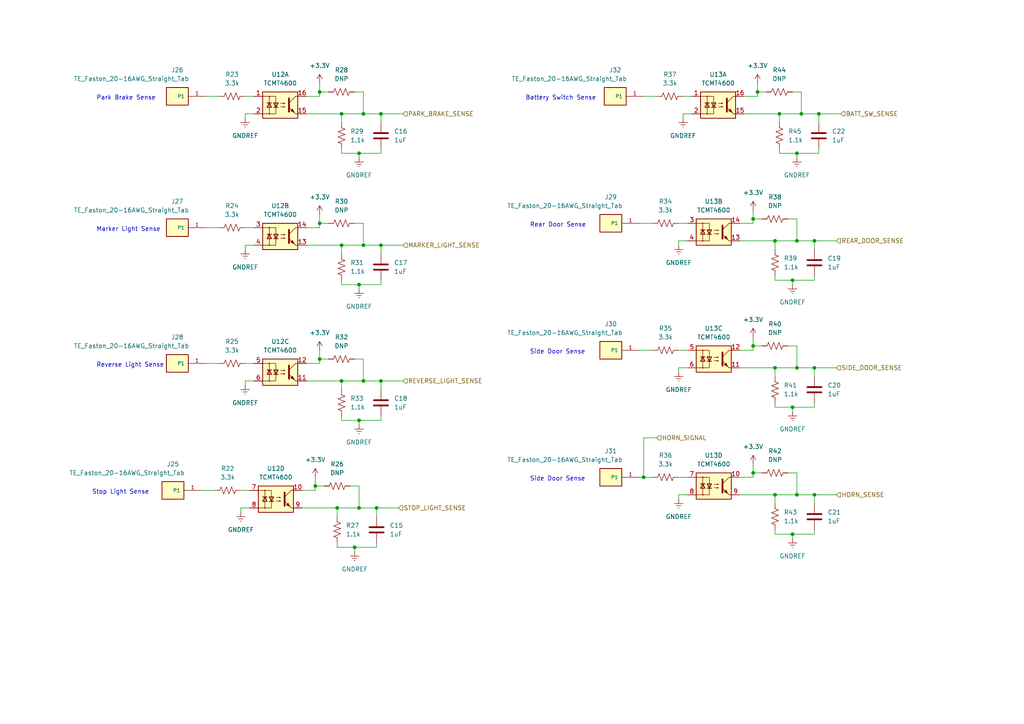
<source format=kicad_sch>
(kicad_sch (version 20211123) (generator eeschema)
  (paper "A4")
  (lib_symbols
    (symbol "Device:C" (pin_numbers hide) (pin_names (offset 0.254))
      (property "Reference" "C" (at 0.635 2.54 0))
      (property "Value" "C" (at 0.635 -2.54 0))
      (symbol "C_0_1"
        (polyline (pts (xy -2.032 -0.762) (xy 2.032 -0.762)) (stroke (width 0.508)))
        (polyline (pts (xy -2.032 0.762) (xy 2.032 0.762)) (stroke (width 0.508)))
      )
      (symbol "C_1_1"
        (pin passive line (at 0 3.81 270) (length 2.794) (name "~") (number "1"))
        (pin passive line (at 0 -3.81 90) (length 2.794) (name "~") (number "2"))
      )
    )
    (symbol "Device:R_US" (pin_numbers hide) (pin_names (offset 0))
      (property "Reference" "R" (at 2.54 0 90))
      (property "Value" "R_US" (at -2.54 0 90))
      (symbol "R_US_0_1"
        (polyline (pts (xy 0 -2.286) (xy 0 -2.54)))
        (polyline (pts (xy 0 2.286) (xy 0 2.54)))
        (polyline (pts (xy 0 -0.762) (xy 1.016 -1.143) (xy 0 -1.524) (xy -1.016 -1.905) (xy 0 -2.286)))
        (polyline (pts (xy 0 0.762) (xy 1.016 0.381) (xy 0 0) (xy -1.016 -0.381) (xy 0 -0.762)))
        (polyline (pts (xy 0 2.286) (xy 1.016 1.905) (xy 0 1.524) (xy -1.016 1.143) (xy 0 0.762)))
      )
      (symbol "R_US_1_1"
        (pin passive line (at 0 3.81 270) (length 1.27) (name "~") (number "1"))
        (pin passive line (at 0 -3.81 90) (length 1.27) (name "~") (number "2"))
      )
    )
    (symbol "Isolator:TCMT4600" (pin_names (offset 1.016))
      (property "Reference" "U" (at -5.08 5.08 0))
      (property "Value" "TCMT4600" (at 0 5.08 0))
      (symbol "TCMT4600_0_1"
        (rectangle (start -5.08 3.81) (end 5.08 -3.81) (stroke (width 0.254)) (fill (type background)))
        (circle (center -3.175 -2.54) (radius 0.127))
        (circle (center -3.175 2.54) (radius 0.127))
        (polyline (pts (xy -3.81 0.635) (xy -2.54 0.635)) (stroke (width 0.254)))
        (polyline (pts (xy -3.175 -0.635) (xy -3.175 -2.54)))
        (polyline (pts (xy -3.175 -0.635) (xy -3.175 2.54)))
        (polyline (pts (xy -1.905 -0.635) (xy -0.635 -0.635)) (stroke (width 0.254)))
        (polyline (pts (xy 2.54 0.635) (xy 4.445 2.54)))
        (polyline (pts (xy 4.445 -2.54) (xy 2.54 -0.635)) (fill (type outline)))
        (polyline (pts (xy 4.445 -2.54) (xy 5.08 -2.54)))
        (polyline (pts (xy 4.445 2.54) (xy 5.08 2.54)))
        (polyline (pts (xy -5.08 2.54) (xy -1.27 2.54) (xy -1.27 -0.635)))
        (polyline (pts (xy -1.27 -0.635) (xy -1.27 -2.54) (xy -5.08 -2.54)))
        (polyline (pts (xy 2.54 1.905) (xy 2.54 -1.905) (xy 2.54 -1.905)) (stroke (width 0.508)))
        (polyline (pts (xy -3.175 0.635) (xy -3.81 -0.635) (xy -2.54 -0.635) (xy -3.175 0.635)) (stroke (width 0.254)))
        (polyline (pts (xy -1.27 -0.635) (xy -1.905 0.635) (xy -0.635 0.635) (xy -1.27 -0.635)) (stroke (width 0.254)))
        (polyline (pts (xy 0.127 -0.508) (xy 1.397 -0.508) (xy 1.016 -0.635) (xy 1.016 -0.381) (xy 1.397 -0.508)))
        (polyline (pts (xy 0.127 0.508) (xy 1.397 0.508) (xy 1.016 0.381) (xy 1.016 0.635) (xy 1.397 0.508)))
        (polyline (pts (xy 3.048 -1.651) (xy 3.556 -1.143) (xy 4.064 -2.159) (xy 3.048 -1.651) (xy 3.048 -1.651)) (fill (type outline)))
      )
      (symbol "TCMT4600_1_1"
        (pin passive line (at -7.62 2.54 0) (length 2.54) (name "~") (number "1"))
        (pin passive line (at 7.62 -2.54 180) (length 2.54) (name "~") (number "15"))
        (pin passive line (at 7.62 2.54 180) (length 2.54) (name "~") (number "16"))
        (pin passive line (at -7.62 -2.54 0) (length 2.54) (name "~") (number "2"))
      )
      (symbol "TCMT4600_2_1"
        (pin passive line (at 7.62 -2.54 180) (length 2.54) (name "~") (number "13"))
        (pin passive line (at 7.62 2.54 180) (length 2.54) (name "~") (number "14"))
        (pin passive line (at -7.62 2.54 0) (length 2.54) (name "~") (number "3"))
        (pin passive line (at -7.62 -2.54 0) (length 2.54) (name "~") (number "4"))
      )
      (symbol "TCMT4600_3_1"
        (pin passive line (at 7.62 -2.54 180) (length 2.54) (name "~") (number "11"))
        (pin passive line (at 7.62 2.54 180) (length 2.54) (name "~") (number "12"))
        (pin passive line (at -7.62 2.54 0) (length 2.54) (name "~") (number "5"))
        (pin passive line (at -7.62 -2.54 0) (length 2.54) (name "~") (number "6"))
      )
      (symbol "TCMT4600_4_1"
        (pin passive line (at 7.62 2.54 180) (length 2.54) (name "~") (number "10"))
        (pin passive line (at -7.62 2.54 0) (length 2.54) (name "~") (number "7"))
        (pin passive line (at -7.62 -2.54 0) (length 2.54) (name "~") (number "8"))
        (pin passive line (at 7.62 -2.54 180) (length 2.54) (name "~") (number "9"))
      )
    )
    (symbol "Toadly:TE_Faston_20-16AWG_Straight_Tab" (pin_names (offset 1.016))
      (property "Reference" "J" (at -3.81 3.81 0))
      (property "Value" "TE_Faston_20-16AWG_Straight_Tab" (at -5.08 -7.62 0))
      (symbol "TE_Faston_20-16AWG_Straight_Tab_0_0"
        (rectangle (start -2.54 2.54) (end 3.81 -2.54) (stroke (width 0.254)) (fill (type background)))
        (pin passive line (at -7.62 0 0) (length 5.08) (name "P1") (number "1"))
        (pin passive line (at -7.62 0 0) (length 5.08) hide (name "P1") (number "2"))
      )
    )
    (symbol "power:+3.3V" (power) (pin_names (offset 0))
      (property "Value" "+3.3V" (at 0 3.556 0))
      (symbol "+3.3V_0_1"
        (polyline (pts (xy -0.762 1.27) (xy 0 2.54)))
        (polyline (pts (xy 0 0) (xy 0 2.54)))
        (polyline (pts (xy 0 2.54) (xy 0.762 1.27)))
      )
      (symbol "+3.3V_1_1"
        (pin power_in line (at 0 0 90) (length 0) hide (name "+3.3V") (number "1"))
      )
    )
    (symbol "power:GNDREF" (power) (pin_names (offset 0))
      (property "Value" "GNDREF" (at 0 -3.81 0))
      (symbol "GNDREF_0_1"
        (polyline (pts (xy -0.635 -1.905) (xy 0.635 -1.905)))
        (polyline (pts (xy -0.127 -2.54) (xy 0.127 -2.54)))
        (polyline (pts (xy 0 -1.27) (xy 0 0)))
        (polyline (pts (xy 1.27 -1.27) (xy -1.27 -1.27)))
      )
      (symbol "GNDREF_1_1"
        (pin power_in line (at 0 0 270) (length 0) hide (name "GNDREF") (number "1"))
      )
    )
  )
  (junction (at 236.22 106.68))
  (junction (at 110.49 110.49))
  (junction (at 104.14 121.92))
  (junction (at 229.87 81.28))
  (junction (at 231.14 44.45))
  (junction (at 229.87 118.11))
  (junction (at 110.49 71.12))
  (junction (at 232.41 33.02))
  (junction (at 97.79 147.32))
  (junction (at 224.79 69.85))
  (junction (at 102.87 158.75))
  (junction (at 236.22 69.85))
  (junction (at 99.06 33.02))
  (junction (at 99.06 110.49))
  (junction (at 229.87 154.94))
  (junction (at 224.79 106.68))
  (junction (at 105.41 33.02))
  (junction (at 236.22 143.51))
  (junction (at 92.71 26.67))
  (junction (at 226.06 33.02))
  (junction (at 237.49 33.02))
  (junction (at 218.44 137.16))
  (junction (at 105.41 71.12))
  (junction (at 231.14 143.51))
  (junction (at 104.14 147.32))
  (junction (at 224.79 143.51))
  (junction (at 99.06 71.12))
  (junction (at 231.14 106.68))
  (junction (at 91.44 140.97))
  (junction (at 110.49 33.02))
  (junction (at 109.22 147.32))
  (junction (at 92.71 64.77))
  (junction (at 218.44 100.33))
  (junction (at 186.69 138.43))
  (junction (at 105.41 110.49))
  (junction (at 104.14 44.45))
  (junction (at 218.44 63.5))
  (junction (at 231.14 69.85))
  (junction (at 104.14 82.55))
  (junction (at 92.71 104.14))
  (junction (at 219.71 26.67))
  (wire (pts (xy 104.14 44.45) (xy 99.06 44.45)))
  (wire (pts (xy 88.9 27.94) (xy 92.71 27.94)))
  (wire (pts (xy 110.49 82.55) (xy 104.14 82.55)))
  (wire (pts (xy 236.22 143.51) (xy 236.22 146.05)))
  (wire (pts (xy 104.14 147.32) (xy 104.14 140.97)))
  (wire (pts (xy 185.42 138.43) (xy 186.69 138.43)))
  (wire (pts (xy 226.06 33.02) (xy 226.06 35.56)))
  (wire (pts (xy 224.79 106.68) (xy 231.14 106.68)))
  (wire (pts (xy 110.49 33.02) (xy 110.49 35.56)))
  (wire (pts (xy 99.06 120.65) (xy 99.06 121.92)))
  (wire (pts (xy 92.71 104.14) (xy 95.25 104.14)))
  (wire (pts (xy 236.22 154.94) (xy 229.87 154.94)))
  (wire (pts (xy 110.49 44.45) (xy 104.14 44.45)))
  (wire (pts (xy 110.49 71.12) (xy 116.84 71.12)))
  (wire (pts (xy 99.06 71.12) (xy 99.06 73.66)))
  (wire (pts (xy 229.87 154.94) (xy 229.87 156.21)))
  (wire (pts (xy 105.41 71.12) (xy 110.49 71.12)))
  (wire (pts (xy 231.14 106.68) (xy 236.22 106.68)))
  (wire (pts (xy 69.85 147.32) (xy 72.39 147.32)))
  (wire (pts (xy 104.14 147.32) (xy 109.22 147.32)))
  (wire (pts (xy 58.42 142.24) (xy 62.23 142.24)))
  (wire (pts (xy 231.14 44.45) (xy 226.06 44.45)))
  (wire (pts (xy 231.14 63.5) (xy 228.6 63.5)))
  (wire (pts (xy 92.71 26.67) (xy 92.71 24.13)))
  (wire (pts (xy 110.49 43.18) (xy 110.49 44.45)))
  (wire (pts (xy 196.85 143.51) (xy 199.39 143.51)))
  (wire (pts (xy 110.49 120.65) (xy 110.49 121.92)))
  (wire (pts (xy 224.79 143.51) (xy 224.79 146.05)))
  (wire (pts (xy 110.49 110.49) (xy 116.84 110.49)))
  (wire (pts (xy 215.9 27.94) (xy 219.71 27.94)))
  (wire (pts (xy 110.49 81.28) (xy 110.49 82.55)))
  (wire (pts (xy 236.22 69.85) (xy 242.57 69.85)))
  (wire (pts (xy 231.14 143.51) (xy 231.14 137.16)))
  (wire (pts (xy 218.44 63.5) (xy 218.44 60.96)))
  (wire (pts (xy 236.22 106.68) (xy 236.22 109.22)))
  (wire (pts (xy 218.44 138.43) (xy 218.44 137.16)))
  (wire (pts (xy 196.85 69.85) (xy 199.39 69.85)))
  (wire (pts (xy 104.14 82.55) (xy 99.06 82.55)))
  (wire (pts (xy 219.71 26.67) (xy 219.71 24.13)))
  (wire (pts (xy 214.63 101.6) (xy 218.44 101.6)))
  (wire (pts (xy 218.44 137.16) (xy 218.44 134.62)))
  (wire (pts (xy 87.63 147.32) (xy 97.79 147.32)))
  (wire (pts (xy 196.85 71.12) (xy 196.85 69.85)))
  (wire (pts (xy 219.71 27.94) (xy 219.71 26.67)))
  (wire (pts (xy 105.41 110.49) (xy 105.41 104.14)))
  (wire (pts (xy 231.14 137.16) (xy 228.6 137.16)))
  (wire (pts (xy 218.44 137.16) (xy 220.98 137.16)))
  (wire (pts (xy 92.71 26.67) (xy 95.25 26.67)))
  (wire (pts (xy 196.85 106.68) (xy 199.39 106.68)))
  (wire (pts (xy 186.69 138.43) (xy 189.23 138.43)))
  (wire (pts (xy 219.71 26.67) (xy 222.25 26.67)))
  (wire (pts (xy 224.79 143.51) (xy 231.14 143.51)))
  (wire (pts (xy 236.22 81.28) (xy 229.87 81.28)))
  (wire (pts (xy 198.12 34.29) (xy 198.12 33.02)))
  (wire (pts (xy 104.14 140.97) (xy 101.6 140.97)))
  (wire (pts (xy 237.49 43.18) (xy 237.49 44.45)))
  (wire (pts (xy 229.87 118.11) (xy 224.79 118.11)))
  (wire (pts (xy 92.71 27.94) (xy 92.71 26.67)))
  (wire (pts (xy 92.71 104.14) (xy 92.71 101.6)))
  (wire (pts (xy 99.06 110.49) (xy 105.41 110.49)))
  (wire (pts (xy 231.14 100.33) (xy 228.6 100.33)))
  (wire (pts (xy 71.12 111.76) (xy 71.12 110.49)))
  (wire (pts (xy 109.22 147.32) (xy 109.22 149.86)))
  (wire (pts (xy 92.71 66.04) (xy 92.71 64.77)))
  (wire (pts (xy 99.06 110.49) (xy 99.06 113.03)))
  (wire (pts (xy 102.87 158.75) (xy 97.79 158.75)))
  (wire (pts (xy 185.42 64.77) (xy 189.23 64.77)))
  (wire (pts (xy 214.63 69.85) (xy 224.79 69.85)))
  (wire (pts (xy 92.71 64.77) (xy 95.25 64.77)))
  (wire (pts (xy 196.85 107.95) (xy 196.85 106.68)))
  (wire (pts (xy 231.14 106.68) (xy 231.14 100.33)))
  (wire (pts (xy 71.12 33.02) (xy 73.66 33.02)))
  (wire (pts (xy 97.79 147.32) (xy 104.14 147.32)))
  (wire (pts (xy 99.06 33.02) (xy 99.06 35.56)))
  (wire (pts (xy 226.06 33.02) (xy 232.41 33.02)))
  (wire (pts (xy 88.9 71.12) (xy 99.06 71.12)))
  (wire (pts (xy 71.12 105.41) (xy 73.66 105.41)))
  (wire (pts (xy 237.49 44.45) (xy 231.14 44.45)))
  (wire (pts (xy 232.41 33.02) (xy 237.49 33.02)))
  (wire (pts (xy 59.69 105.41) (xy 63.5 105.41)))
  (wire (pts (xy 214.63 64.77) (xy 218.44 64.77)))
  (wire (pts (xy 224.79 106.68) (xy 224.79 109.22)))
  (wire (pts (xy 218.44 64.77) (xy 218.44 63.5)))
  (wire (pts (xy 229.87 118.11) (xy 229.87 119.38)))
  (wire (pts (xy 109.22 147.32) (xy 115.57 147.32)))
  (wire (pts (xy 218.44 100.33) (xy 218.44 97.79)))
  (wire (pts (xy 88.9 33.02) (xy 99.06 33.02)))
  (wire (pts (xy 87.63 142.24) (xy 91.44 142.24)))
  (wire (pts (xy 104.14 82.55) (xy 104.14 83.82)))
  (wire (pts (xy 88.9 110.49) (xy 99.06 110.49)))
  (wire (pts (xy 110.49 71.12) (xy 110.49 73.66)))
  (wire (pts (xy 71.12 72.39) (xy 71.12 71.12)))
  (wire (pts (xy 104.14 121.92) (xy 104.14 123.19)))
  (wire (pts (xy 229.87 81.28) (xy 229.87 82.55)))
  (wire (pts (xy 214.63 106.68) (xy 224.79 106.68)))
  (wire (pts (xy 110.49 121.92) (xy 104.14 121.92)))
  (wire (pts (xy 110.49 110.49) (xy 110.49 113.03)))
  (wire (pts (xy 71.12 71.12) (xy 73.66 71.12)))
  (wire (pts (xy 186.69 138.43) (xy 186.69 127)))
  (wire (pts (xy 236.22 153.67) (xy 236.22 154.94)))
  (wire (pts (xy 229.87 81.28) (xy 224.79 81.28)))
  (wire (pts (xy 237.49 33.02) (xy 237.49 35.56)))
  (wire (pts (xy 105.41 33.02) (xy 105.41 26.67)))
  (wire (pts (xy 71.12 34.29) (xy 71.12 33.02)))
  (wire (pts (xy 196.85 144.78) (xy 196.85 143.51)))
  (wire (pts (xy 88.9 66.04) (xy 92.71 66.04)))
  (wire (pts (xy 198.12 33.02) (xy 200.66 33.02)))
  (wire (pts (xy 236.22 69.85) (xy 236.22 72.39)))
  (wire (pts (xy 105.41 33.02) (xy 110.49 33.02)))
  (wire (pts (xy 110.49 33.02) (xy 116.84 33.02)))
  (wire (pts (xy 104.14 44.45) (xy 104.14 45.72)))
  (wire (pts (xy 196.85 101.6) (xy 199.39 101.6)))
  (wire (pts (xy 97.79 157.48) (xy 97.79 158.75)))
  (wire (pts (xy 104.14 121.92) (xy 99.06 121.92)))
  (wire (pts (xy 196.85 138.43) (xy 199.39 138.43)))
  (wire (pts (xy 186.69 127) (xy 190.5 127)))
  (wire (pts (xy 91.44 142.24) (xy 91.44 140.97)))
  (wire (pts (xy 236.22 143.51) (xy 242.57 143.51)))
  (wire (pts (xy 229.87 154.94) (xy 224.79 154.94)))
  (wire (pts (xy 102.87 158.75) (xy 102.87 160.02)))
  (wire (pts (xy 236.22 106.68) (xy 242.57 106.68)))
  (wire (pts (xy 232.41 26.67) (xy 229.87 26.67)))
  (wire (pts (xy 105.41 110.49) (xy 110.49 110.49)))
  (wire (pts (xy 109.22 157.48) (xy 109.22 158.75)))
  (wire (pts (xy 99.06 33.02) (xy 105.41 33.02)))
  (wire (pts (xy 105.41 26.67) (xy 102.87 26.67)))
  (wire (pts (xy 215.9 33.02) (xy 226.06 33.02)))
  (wire (pts (xy 88.9 105.41) (xy 92.71 105.41)))
  (wire (pts (xy 237.49 33.02) (xy 243.84 33.02)))
  (wire (pts (xy 231.14 44.45) (xy 231.14 45.72)))
  (wire (pts (xy 231.14 69.85) (xy 236.22 69.85)))
  (wire (pts (xy 59.69 27.94) (xy 63.5 27.94)))
  (wire (pts (xy 236.22 118.11) (xy 229.87 118.11)))
  (wire (pts (xy 231.14 143.51) (xy 236.22 143.51)))
  (wire (pts (xy 105.41 71.12) (xy 105.41 64.77)))
  (wire (pts (xy 218.44 101.6) (xy 218.44 100.33)))
  (wire (pts (xy 91.44 140.97) (xy 91.44 138.43)))
  (wire (pts (xy 224.79 80.01) (xy 224.79 81.28)))
  (wire (pts (xy 224.79 69.85) (xy 231.14 69.85)))
  (wire (pts (xy 69.85 148.59) (xy 69.85 147.32)))
  (wire (pts (xy 214.63 138.43) (xy 218.44 138.43)))
  (wire (pts (xy 109.22 158.75) (xy 102.87 158.75)))
  (wire (pts (xy 99.06 71.12) (xy 105.41 71.12)))
  (wire (pts (xy 224.79 153.67) (xy 224.79 154.94)))
  (wire (pts (xy 226.06 43.18) (xy 226.06 44.45)))
  (wire (pts (xy 71.12 66.04) (xy 73.66 66.04)))
  (wire (pts (xy 71.12 27.94) (xy 73.66 27.94)))
  (wire (pts (xy 185.42 101.6) (xy 189.23 101.6)))
  (wire (pts (xy 196.85 64.77) (xy 199.39 64.77)))
  (wire (pts (xy 236.22 116.84) (xy 236.22 118.11)))
  (wire (pts (xy 99.06 43.18) (xy 99.06 44.45)))
  (wire (pts (xy 198.12 27.94) (xy 200.66 27.94)))
  (wire (pts (xy 214.63 143.51) (xy 224.79 143.51)))
  (wire (pts (xy 59.69 66.04) (xy 63.5 66.04)))
  (wire (pts (xy 218.44 63.5) (xy 220.98 63.5)))
  (wire (pts (xy 69.85 142.24) (xy 72.39 142.24)))
  (wire (pts (xy 224.79 69.85) (xy 224.79 72.39)))
  (wire (pts (xy 92.71 105.41) (xy 92.71 104.14)))
  (wire (pts (xy 105.41 64.77) (xy 102.87 64.77)))
  (wire (pts (xy 186.69 27.94) (xy 190.5 27.94)))
  (wire (pts (xy 232.41 33.02) (xy 232.41 26.67)))
  (wire (pts (xy 218.44 100.33) (xy 220.98 100.33)))
  (wire (pts (xy 105.41 104.14) (xy 102.87 104.14)))
  (wire (pts (xy 71.12 110.49) (xy 73.66 110.49)))
  (wire (pts (xy 91.44 140.97) (xy 93.98 140.97)))
  (wire (pts (xy 97.79 147.32) (xy 97.79 149.86)))
  (wire (pts (xy 92.71 64.77) (xy 92.71 62.23)))
  (wire (pts (xy 231.14 69.85) (xy 231.14 63.5)))
  (wire (pts (xy 224.79 116.84) (xy 224.79 118.11)))
  (wire (pts (xy 99.06 81.28) (xy 99.06 82.55)))
  (wire (pts (xy 236.22 80.01) (xy 236.22 81.28)))
  (text "Battery Switch Sense" (at 152.4 29.21 0) (effects (font (size 1.27 1.27)) (justify left bottom)))
  (text "Rear Door Sense" (at 153.67 66.04 0) (effects (font (size 1.27 1.27)) (justify left bottom)))
  (text "Stop Light Sense" (at 26.67 143.51 0) (effects (font (size 1.27 1.27)) (justify left bottom)))
  (text "Side Door Sense" (at 153.67 139.7 0) (effects (font (size 1.27 1.27)) (justify left bottom)))
  (text "Marker Light Sense" (at 27.94 67.31 0) (effects (font (size 1.27 1.27)) (justify left bottom)))
  (text "Reverse Light Sense" (at 27.94 106.68 0) (effects (font (size 1.27 1.27)) (justify left bottom)))
  (text "Side Door Sense" (at 153.67 102.87 0) (effects (font (size 1.27 1.27)) (justify left bottom)))
  (text "Park Brake Sense" (at 27.94 29.21 0) (effects (font (size 1.27 1.27)) (justify left bottom)))
  (hierarchical_label "HORN_SENSE" (shape input) (at 242.57 143.51 0))
  (hierarchical_label "REAR_DOOR_SENSE" (shape input) (at 242.57 69.85 0))
  (hierarchical_label "BATT_SW_SENSE" (shape input) (at 243.84 33.02 0))
  (hierarchical_label "HORN_SIGNAL" (shape input) (at 190.5 127 0))
  (hierarchical_label "STOP_LIGHT_SENSE" (shape input) (at 115.57 147.32 0))
  (hierarchical_label "PARK_BRAKE_SENSE" (shape input) (at 116.84 33.02 0))
  (hierarchical_label "SIDE_DOOR_SENSE" (shape input) (at 242.57 106.68 0))
  (hierarchical_label "MARKER_LIGHT_SENSE" (shape input) (at 116.84 71.12 0))
  (hierarchical_label "REVERSE_LIGHT_SENSE" (shape input) (at 116.84 110.49 0))
  (symbol (lib_id "Device:C") (at 110.49 116.84 0) (unit 1)
    (property "Reference" "C18" (at 114.3 115.5699 0) (effects (justify left)))
    (property "Value" "1uF" (at 114.3 118.1099 0) (effects (justify left)))
    (property "Footprint" "Capacitor_SMD:C_0805_2012Metric_Pad1.18x1.45mm_HandSolder" (effects hide))
  )
  (symbol (lib_id "power:GNDREF") (at 231.14 45.72 0) (unit 1)
    (property "Reference" "#PWR073" (effects hide))
    (property "Value" "GNDREF" (at 231.14 50.8 0))
  )
  (symbol (lib_id "power:GNDREF") (at 229.87 156.21 0) (unit 1)
    (property "Reference" "#PWR072" (effects hide))
    (property "Value" "GNDREF" (at 229.87 161.29 0))
  )
  (symbol (lib_id "power:GNDREF") (at 71.12 34.29 0) (unit 1)
    (property "Reference" "#PWR051" (effects hide))
    (property "Value" "GNDREF" (at 71.12 39.37 0))
  )
  (symbol (lib_id "power:GNDREF") (at 71.12 72.39 0) (unit 1)
    (property "Reference" "#PWR052" (effects hide))
    (property "Value" "GNDREF" (at 71.12 77.47 0))
  )
  (symbol (lib_id "Device:R_US") (at 99.06 39.37 180) (unit 1)
    (property "Reference" "R29" (at 101.6 38.0999 0) (effects (justify right)))
    (property "Value" "1.1k" (at 101.6 40.6399 0) (effects (justify right)))
    (property "Footprint" "Resistor_SMD:R_0805_2012Metric_Pad1.20x1.40mm_HandSolder" (effects hide))
  )
  (symbol (lib_id "power:GNDREF") (at 229.87 82.55 0) (unit 1)
    (property "Reference" "#PWR070" (effects hide))
    (property "Value" "GNDREF" (at 229.87 87.63 0))
  )
  (symbol (lib_id "power:GNDREF") (at 104.14 123.19 0) (unit 1)
    (property "Reference" "#PWR061" (effects hide))
    (property "Value" "GNDREF" (at 104.14 128.27 0))
  )
  (symbol (lib_id "Device:C") (at 110.49 77.47 0) (unit 1)
    (property "Reference" "C17" (at 114.3 76.1999 0) (effects (justify left)))
    (property "Value" "1uF" (at 114.3 78.7399 0) (effects (justify left)))
    (property "Footprint" "Capacitor_SMD:C_0805_2012Metric_Pad1.18x1.45mm_HandSolder" (effects hide))
  )
  (symbol (lib_id "power:GNDREF") (at 69.85 148.59 0) (unit 1)
    (property "Reference" "#PWR050" (effects hide))
    (property "Value" "GNDREF" (at 69.85 153.67 0))
  )
  (symbol (lib_id "power:+3.3V") (at 218.44 134.62 0) (unit 1)
    (property "Reference" "#PWR068" (effects hide))
    (property "Value" "+3.3V" (at 218.44 129.54 0))
  )
  (symbol (lib_id "Device:R_US") (at 67.31 105.41 90) (unit 1)
    (property "Reference" "R25" (at 67.31 99.06 90))
    (property "Value" "3.3k" (at 67.31 101.6 90))
    (property "Footprint" "Resistor_SMD:R_0805_2012Metric_Pad1.20x1.40mm_HandSolder" (effects hide))
  )
  (symbol (lib_id "Device:R_US") (at 66.04 142.24 90) (unit 1)
    (property "Reference" "R22" (at 66.04 135.89 90))
    (property "Value" "3.3k" (at 66.04 138.43 90))
    (property "Footprint" "Resistor_SMD:R_0805_2012Metric_Pad1.20x1.40mm_HandSolder" (effects hide))
  )
  (symbol (lib_id "Isolator:TCMT4600") (at 81.28 30.48 0) (unit 1)
    (property "Reference" "U12" (at 81.28 21.59 0))
    (property "Value" "TCMT4600" (at 81.28 24.13 0))
    (property "Footprint" "Package_SO:SOP-16_4.55x10.3mm_P1.27mm" (effects hide))
    (property "Datasheet" "http://www.vishay.com/docs/83512/tcmt1600.pdf" (effects hide))
  )
  (symbol (lib_id "Device:C") (at 236.22 113.03 0) (unit 1)
    (property "Reference" "C20" (at 240.03 111.7599 0) (effects (justify left)))
    (property "Value" "1uF" (at 240.03 114.2999 0) (effects (justify left)))
    (property "Footprint" "Capacitor_SMD:C_0805_2012Metric_Pad1.18x1.45mm_HandSolder" (effects hide))
  )
  (symbol (lib_id "Device:R_US") (at 97.79 153.67 180) (unit 1)
    (property "Reference" "R27" (at 100.33 152.3999 0) (effects (justify right)))
    (property "Value" "1.1k" (at 100.33 154.9399 0) (effects (justify right)))
    (property "Footprint" "Resistor_SMD:R_0805_2012Metric_Pad1.20x1.40mm_HandSolder" (effects hide))
  )
  (symbol (lib_id "Device:R_US") (at 99.06 104.14 270) (unit 1)
    (property "Reference" "R32" (at 99.06 97.79 90))
    (property "Value" "DNP" (at 99.06 100.33 90))
    (property "Footprint" "Resistor_SMD:R_0805_2012Metric_Pad1.20x1.40mm_HandSolder" (effects hide))
  )
  (symbol (lib_id "power:+3.3V") (at 218.44 97.79 0) (unit 1)
    (property "Reference" "#PWR067" (effects hide))
    (property "Value" "+3.3V" (at 218.44 92.71 0))
  )
  (symbol (lib_id "Device:R_US") (at 224.79 100.33 270) (unit 1)
    (property "Reference" "R40" (at 224.79 93.98 90))
    (property "Value" "DNP" (at 224.79 96.52 90))
    (property "Footprint" "Resistor_SMD:R_0805_2012Metric_Pad1.20x1.40mm_HandSolder" (effects hide))
  )
  (symbol (lib_id "power:GNDREF") (at 198.12 34.29 0) (unit 1)
    (property "Reference" "#PWR065" (effects hide))
    (property "Value" "GNDREF" (at 198.12 39.37 0))
  )
  (symbol (lib_id "Device:R_US") (at 99.06 77.47 180) (unit 1)
    (property "Reference" "R31" (at 101.6 76.1999 0) (effects (justify right)))
    (property "Value" "1.1k" (at 101.6 78.7399 0) (effects (justify right)))
    (property "Footprint" "Resistor_SMD:R_0805_2012Metric_Pad1.20x1.40mm_HandSolder" (effects hide))
  )
  (symbol (lib_id "Device:R_US") (at 194.31 27.94 90) (unit 1)
    (property "Reference" "R37" (at 194.31 21.59 90))
    (property "Value" "3.3k" (at 194.31 24.13 90))
    (property "Footprint" "Resistor_SMD:R_0805_2012Metric_Pad1.20x1.40mm_HandSolder" (effects hide))
  )
  (symbol (lib_id "power:GNDREF") (at 104.14 83.82 0) (unit 1)
    (property "Reference" "#PWR060" (effects hide))
    (property "Value" "GNDREF" (at 104.14 88.9 0))
  )
  (symbol (lib_id "power:+3.3V") (at 219.71 24.13 0) (unit 1)
    (property "Reference" "#PWR069" (effects hide))
    (property "Value" "+3.3V" (at 219.71 19.05 0))
  )
  (symbol (lib_id "power:+3.3V") (at 92.71 62.23 0) (unit 1)
    (property "Reference" "#PWR056" (effects hide))
    (property "Value" "+3.3V" (at 92.71 57.15 0))
  )
  (symbol (lib_id "Device:R_US") (at 224.79 76.2 180) (unit 1)
    (property "Reference" "R39" (at 227.33 74.9299 0) (effects (justify right)))
    (property "Value" "1.1k" (at 227.33 77.4699 0) (effects (justify right)))
    (property "Footprint" "Resistor_SMD:R_0805_2012Metric_Pad1.20x1.40mm_HandSolder" (effects hide))
  )
  (symbol (lib_id "Toadly:TE_Faston_20-16AWG_Straight_Tab") (at 52.07 27.94 180) (unit 1)
    (property "Reference" "J26" (at 51.435 20.32 0))
    (property "Value" "TE_Faston_20-16AWG_Straight_Tab" (at 38.1 22.86 0))
    (property "Footprint" "TE_Faston_20-16AWG_Straight_Tab" (effects hide))
    (property "Comment" "Faston" (effects hide))
  )
  (symbol (lib_id "Isolator:TCMT4600") (at 208.28 30.48 0) (unit 1)
    (property "Reference" "U13" (at 208.28 21.59 0))
    (property "Value" "TCMT4600" (at 208.28 24.13 0))
    (property "Footprint" "Package_SO:SOP-16_4.55x10.3mm_P1.27mm" (effects hide))
    (property "Datasheet" "http://www.vishay.com/docs/83512/tcmt1600.pdf" (effects hide))
  )
  (symbol (lib_id "power:GNDREF") (at 196.85 107.95 0) (unit 1)
    (property "Reference" "#PWR063" (effects hide))
    (property "Value" "GNDREF" (at 196.85 113.03 0))
  )
  (symbol (lib_id "Device:R_US") (at 224.79 137.16 270) (unit 1)
    (property "Reference" "R42" (at 224.79 130.81 90))
    (property "Value" "DNP" (at 224.79 133.35 90))
    (property "Footprint" "Resistor_SMD:R_0805_2012Metric_Pad1.20x1.40mm_HandSolder" (effects hide))
  )
  (symbol (lib_id "Device:R_US") (at 193.04 64.77 90) (unit 1)
    (property "Reference" "R34" (at 193.04 58.42 90))
    (property "Value" "3.3k" (at 193.04 60.96 90))
    (property "Footprint" "Resistor_SMD:R_0805_2012Metric_Pad1.20x1.40mm_HandSolder" (effects hide))
  )
  (symbol (lib_id "Isolator:TCMT4600") (at 81.28 68.58 0) (unit 2)
    (property "Reference" "U12" (at 81.28 59.69 0))
    (property "Value" "TCMT4600" (at 81.28 62.23 0))
    (property "Footprint" "Package_SO:SOP-16_4.55x10.3mm_P1.27mm" (effects hide))
    (property "Datasheet" "http://www.vishay.com/docs/83512/tcmt1600.pdf" (effects hide))
  )
  (symbol (lib_id "Device:C") (at 109.22 153.67 0) (unit 1)
    (property "Reference" "C15" (at 113.03 152.3999 0) (effects (justify left)))
    (property "Value" "1uF" (at 113.03 154.9399 0) (effects (justify left)))
    (property "Footprint" "Capacitor_SMD:C_0805_2012Metric_Pad1.18x1.45mm_HandSolder" (effects hide))
  )
  (symbol (lib_id "Toadly:TE_Faston_20-16AWG_Straight_Tab") (at 52.07 66.04 180) (unit 1)
    (property "Reference" "J27" (at 51.435 58.42 0))
    (property "Value" "TE_Faston_20-16AWG_Straight_Tab" (at 38.1 60.96 0))
    (property "Footprint" "TE_Faston_20-16AWG_Straight_Tab" (effects hide))
    (property "Comment" "Faston" (effects hide))
  )
  (symbol (lib_id "power:GNDREF") (at 71.12 111.76 0) (unit 1)
    (property "Reference" "#PWR053" (effects hide))
    (property "Value" "GNDREF" (at 71.12 116.84 0))
  )
  (symbol (lib_id "Device:R_US") (at 224.79 149.86 180) (unit 1)
    (property "Reference" "R43" (at 227.33 148.5899 0) (effects (justify right)))
    (property "Value" "1.1k" (at 227.33 151.1299 0) (effects (justify right)))
    (property "Footprint" "Resistor_SMD:R_0805_2012Metric_Pad1.20x1.40mm_HandSolder" (effects hide))
  )
  (symbol (lib_id "Device:R_US") (at 193.04 138.43 90) (unit 1)
    (property "Reference" "R36" (at 193.04 132.08 90))
    (property "Value" "3.3k" (at 193.04 134.62 90))
    (property "Footprint" "Resistor_SMD:R_0805_2012Metric_Pad1.20x1.40mm_HandSolder" (effects hide))
  )
  (symbol (lib_id "Isolator:TCMT4600") (at 81.28 107.95 0) (unit 3)
    (property "Reference" "U12" (at 81.28 99.06 0))
    (property "Value" "TCMT4600" (at 81.28 101.6 0))
    (property "Footprint" "Package_SO:SOP-16_4.55x10.3mm_P1.27mm" (effects hide))
    (property "Datasheet" "http://www.vishay.com/docs/83512/tcmt1600.pdf" (effects hide))
  )
  (symbol (lib_id "power:GNDREF") (at 196.85 71.12 0) (unit 1)
    (property "Reference" "#PWR062" (effects hide))
    (property "Value" "GNDREF" (at 196.85 76.2 0))
  )
  (symbol (lib_id "Toadly:TE_Faston_20-16AWG_Straight_Tab") (at 52.07 105.41 180) (unit 1)
    (property "Reference" "J28" (at 51.435 97.79 0))
    (property "Value" "TE_Faston_20-16AWG_Straight_Tab" (at 38.1 100.33 0))
    (property "Footprint" "TE_Faston_20-16AWG_Straight_Tab" (effects hide))
    (property "Comment" "Faston" (effects hide))
  )
  (symbol (lib_id "power:GNDREF") (at 196.85 144.78 0) (unit 1)
    (property "Reference" "#PWR064" (effects hide))
    (property "Value" "GNDREF" (at 196.85 149.86 0))
  )
  (symbol (lib_id "Device:R_US") (at 224.79 113.03 180) (unit 1)
    (property "Reference" "R41" (at 227.33 111.7599 0) (effects (justify right)))
    (property "Value" "1.1k" (at 227.33 114.2999 0) (effects (justify right)))
    (property "Footprint" "Resistor_SMD:R_0805_2012Metric_Pad1.20x1.40mm_HandSolder" (effects hide))
  )
  (symbol (lib_id "power:GNDREF") (at 229.87 119.38 0) (unit 1)
    (property "Reference" "#PWR071" (effects hide))
    (property "Value" "GNDREF" (at 229.87 124.46 0))
  )
  (symbol (lib_id "Device:R_US") (at 99.06 26.67 270) (unit 1)
    (property "Reference" "R28" (at 99.06 20.32 90))
    (property "Value" "DNP" (at 99.06 22.86 90))
    (property "Footprint" "Resistor_SMD:R_0805_2012Metric_Pad1.20x1.40mm_HandSolder" (effects hide))
  )
  (symbol (lib_id "Isolator:TCMT4600") (at 80.01 144.78 0) (unit 4)
    (property "Reference" "U12" (at 80.01 135.89 0))
    (property "Value" "TCMT4600" (at 80.01 138.43 0))
    (property "Footprint" "Package_SO:SOP-16_4.55x10.3mm_P1.27mm" (effects hide))
    (property "Datasheet" "http://www.vishay.com/docs/83512/tcmt1600.pdf" (effects hide))
  )
  (symbol (lib_id "Device:R_US") (at 97.79 140.97 270) (unit 1)
    (property "Reference" "R26" (at 97.79 134.62 90))
    (property "Value" "DNP" (at 97.79 137.16 90))
    (property "Footprint" "Resistor_SMD:R_0805_2012Metric_Pad1.20x1.40mm_HandSolder" (effects hide))
  )
  (symbol (lib_id "Toadly:TE_Faston_20-16AWG_Straight_Tab") (at 177.8 101.6 180) (unit 1)
    (property "Reference" "J30" (at 177.165 93.98 0))
    (property "Value" "TE_Faston_20-16AWG_Straight_Tab" (at 163.83 96.52 0))
    (property "Footprint" "TE_Faston_20-16AWG_Straight_Tab" (effects hide))
    (property "Comment" "Faston" (effects hide))
  )
  (symbol (lib_id "Device:R_US") (at 224.79 63.5 270) (unit 1)
    (property "Reference" "R38" (at 224.79 57.15 90))
    (property "Value" "DNP" (at 224.79 59.69 90))
    (property "Footprint" "Resistor_SMD:R_0805_2012Metric_Pad1.20x1.40mm_HandSolder" (effects hide))
  )
  (symbol (lib_id "Device:R_US") (at 193.04 101.6 90) (unit 1)
    (property "Reference" "R35" (at 193.04 95.25 90))
    (property "Value" "3.3k" (at 193.04 97.79 90))
    (property "Footprint" "Resistor_SMD:R_0805_2012Metric_Pad1.20x1.40mm_HandSolder" (effects hide))
  )
  (symbol (lib_id "Device:C") (at 236.22 149.86 0) (unit 1)
    (property "Reference" "C21" (at 240.03 148.5899 0) (effects (justify left)))
    (property "Value" "1uF" (at 240.03 151.1299 0) (effects (justify left)))
    (property "Footprint" "Capacitor_SMD:C_0805_2012Metric_Pad1.18x1.45mm_HandSolder" (effects hide))
  )
  (symbol (lib_id "Isolator:TCMT4600") (at 207.01 67.31 0) (unit 2)
    (property "Reference" "U13" (at 207.01 58.42 0))
    (property "Value" "TCMT4600" (at 207.01 60.96 0))
    (property "Footprint" "Package_SO:SOP-16_4.55x10.3mm_P1.27mm" (effects hide))
    (property "Datasheet" "http://www.vishay.com/docs/83512/tcmt1600.pdf" (effects hide))
  )
  (symbol (lib_id "power:+3.3V") (at 218.44 60.96 0) (unit 1)
    (property "Reference" "#PWR066" (effects hide))
    (property "Value" "+3.3V" (at 218.44 55.88 0))
  )
  (symbol (lib_id "Device:R_US") (at 99.06 64.77 270) (unit 1)
    (property "Reference" "R30" (at 99.06 58.42 90))
    (property "Value" "DNP" (at 99.06 60.96 90))
    (property "Footprint" "Resistor_SMD:R_0805_2012Metric_Pad1.20x1.40mm_HandSolder" (effects hide))
  )
  (symbol (lib_id "power:GNDREF") (at 104.14 45.72 0) (unit 1)
    (property "Reference" "#PWR059" (effects hide))
    (property "Value" "GNDREF" (at 104.14 50.8 0))
  )
  (symbol (lib_id "power:+3.3V") (at 92.71 101.6 0) (unit 1)
    (property "Reference" "#PWR057" (effects hide))
    (property "Value" "+3.3V" (at 92.71 96.52 0))
  )
  (symbol (lib_id "Device:R_US") (at 226.06 39.37 180) (unit 1)
    (property "Reference" "R45" (at 228.6 38.0999 0) (effects (justify right)))
    (property "Value" "1.1k" (at 228.6 40.6399 0) (effects (justify right)))
    (property "Footprint" "Resistor_SMD:R_0805_2012Metric_Pad1.20x1.40mm_HandSolder" (effects hide))
  )
  (symbol (lib_id "Device:C") (at 237.49 39.37 0) (unit 1)
    (property "Reference" "C22" (at 241.3 38.0999 0) (effects (justify left)))
    (property "Value" "1uF" (at 241.3 40.6399 0) (effects (justify left)))
    (property "Footprint" "Capacitor_SMD:C_0805_2012Metric_Pad1.18x1.45mm_HandSolder" (effects hide))
  )
  (symbol (lib_id "Isolator:TCMT4600") (at 207.01 104.14 0) (unit 3)
    (property "Reference" "U13" (at 207.01 95.25 0))
    (property "Value" "TCMT4600" (at 207.01 97.79 0))
    (property "Footprint" "Package_SO:SOP-16_4.55x10.3mm_P1.27mm" (effects hide))
    (property "Datasheet" "http://www.vishay.com/docs/83512/tcmt1600.pdf" (effects hide))
  )
  (symbol (lib_id "Device:C") (at 236.22 76.2 0) (unit 1)
    (property "Reference" "C19" (at 240.03 74.9299 0) (effects (justify left)))
    (property "Value" "1uF" (at 240.03 77.4699 0) (effects (justify left)))
    (property "Footprint" "Capacitor_SMD:C_0805_2012Metric_Pad1.18x1.45mm_HandSolder" (effects hide))
  )
  (symbol (lib_id "Toadly:TE_Faston_20-16AWG_Straight_Tab") (at 179.07 27.94 180) (unit 1)
    (property "Reference" "J32" (at 178.435 20.32 0))
    (property "Value" "TE_Faston_20-16AWG_Straight_Tab" (at 165.1 22.86 0))
    (property "Footprint" "TE_Faston_20-16AWG_Straight_Tab" (effects hide))
    (property "Comment" "Faston" (effects hide))
  )
  (symbol (lib_id "Device:R_US") (at 67.31 27.94 90) (unit 1)
    (property "Reference" "R23" (at 67.31 21.59 90))
    (property "Value" "3.3k" (at 67.31 24.13 90))
    (property "Footprint" "Resistor_SMD:R_0805_2012Metric_Pad1.20x1.40mm_HandSolder" (effects hide))
  )
  (symbol (lib_id "Device:C") (at 110.49 39.37 0) (unit 1)
    (property "Reference" "C16" (at 114.3 38.0999 0) (effects (justify left)))
    (property "Value" "1uF" (at 114.3 40.6399 0) (effects (justify left)))
    (property "Footprint" "Capacitor_SMD:C_0805_2012Metric_Pad1.18x1.45mm_HandSolder" (effects hide))
  )
  (symbol (lib_id "Device:R_US") (at 99.06 116.84 180) (unit 1)
    (property "Reference" "R33" (at 101.6 115.5699 0) (effects (justify right)))
    (property "Value" "1.1k" (at 101.6 118.1099 0) (effects (justify right)))
    (property "Footprint" "Resistor_SMD:R_0805_2012Metric_Pad1.20x1.40mm_HandSolder" (effects hide))
  )
  (symbol (lib_id "Toadly:TE_Faston_20-16AWG_Straight_Tab") (at 177.8 64.77 180) (unit 1)
    (property "Reference" "J29" (at 177.165 57.15 0))
    (property "Value" "TE_Faston_20-16AWG_Straight_Tab" (at 163.83 59.69 0))
    (property "Footprint" "TE_Faston_20-16AWG_Straight_Tab" (effects hide))
    (property "Comment" "Faston" (effects hide))
  )
  (symbol (lib_id "Device:R_US") (at 226.06 26.67 270) (unit 1)
    (property "Reference" "R44" (at 226.06 20.32 90))
    (property "Value" "DNP" (at 226.06 22.86 90))
    (property "Footprint" "Resistor_SMD:R_0805_2012Metric_Pad1.20x1.40mm_HandSolder" (effects hide))
  )
  (symbol (lib_id "Toadly:TE_Faston_20-16AWG_Straight_Tab") (at 177.8 138.43 180) (unit 1)
    (property "Reference" "J31" (at 177.165 130.81 0))
    (property "Value" "TE_Faston_20-16AWG_Straight_Tab" (at 163.83 133.35 0))
    (property "Footprint" "TE_Faston_20-16AWG_Straight_Tab" (effects hide))
    (property "Comment" "Faston" (effects hide))
  )
  (symbol (lib_id "power:+3.3V") (at 91.44 138.43 0) (unit 1)
    (property "Reference" "#PWR054" (effects hide))
    (property "Value" "+3.3V" (at 91.44 133.35 0))
  )
  (symbol (lib_id "Isolator:TCMT4600") (at 207.01 140.97 0) (unit 4)
    (property "Reference" "U13" (at 207.01 132.08 0))
    (property "Value" "TCMT4600" (at 207.01 134.62 0))
    (property "Footprint" "Package_SO:SOP-16_4.55x10.3mm_P1.27mm" (effects hide))
    (property "Datasheet" "http://www.vishay.com/docs/83512/tcmt1600.pdf" (effects hide))
  )
  (symbol (lib_id "Device:R_US") (at 67.31 66.04 90) (unit 1)
    (property "Reference" "R24" (at 67.31 59.69 90))
    (property "Value" "3.3k" (at 67.31 62.23 90))
    (property "Footprint" "Resistor_SMD:R_0805_2012Metric_Pad1.20x1.40mm_HandSolder" (effects hide))
  )
  (symbol (lib_id "power:+3.3V") (at 92.71 24.13 0) (unit 1)
    (property "Reference" "#PWR055" (effects hide))
    (property "Value" "+3.3V" (at 92.71 19.05 0))
  )
  (symbol (lib_id "power:GNDREF") (at 102.87 160.02 0) (unit 1)
    (property "Reference" "#PWR058" (effects hide))
    (property "Value" "GNDREF" (at 102.87 165.1 0))
  )
  (symbol (lib_id "Toadly:TE_Faston_20-16AWG_Straight_Tab") (at 50.8 142.24 180) (unit 1)
    (property "Reference" "J25" (at 50.165 134.62 0))
    (property "Value" "TE_Faston_20-16AWG_Straight_Tab" (at 36.83 137.16 0))
    (property "Footprint" "TE_Faston_20-16AWG_Straight_Tab" (effects hide))
    (property "Comment" "Faston" (effects hide))
  )
)
</source>
